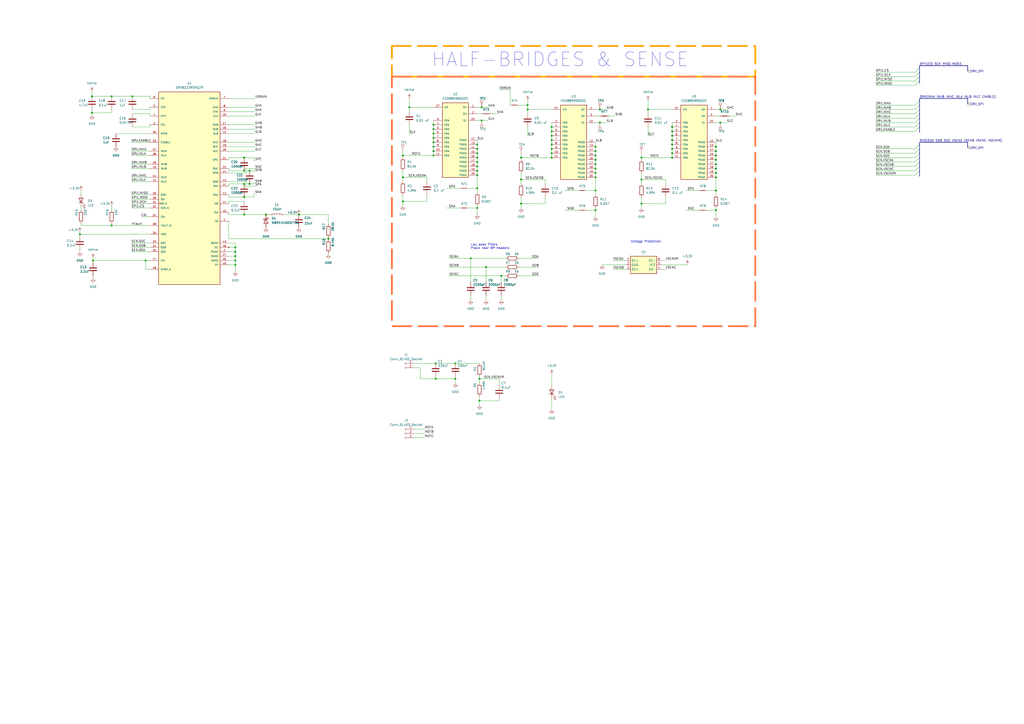
<source format=kicad_sch>
(kicad_sch (version 20230121) (generator eeschema)
  (paper "A2")
  (junction (at 276.86 88.9))
  (junction (at 46.355 135.89))
  (junction (at 345.44 95.25))
  (junction (at 320.04 83.82))
  (junction (at 345.44 90.17))
  (junction (at 320.04 86.36))
  (junction (at 252.73 219.71))
  (junction (at 302.26 104.14))
  (junction (at 144.78 99.06))
  (junction (at 53.975 151.13))
  (junction (at 306.07 63.5))
  (junction (at 251.46 80.01))
  (junction (at 53.34 55.88))
  (junction (at 64.77 55.88))
  (junction (at 389.89 83.82))
  (junction (at 251.46 90.17))
  (junction (at 154.305 124.46))
  (junction (at 320.04 78.74))
  (junction (at 372.11 91.44))
  (junction (at 415.29 100.33))
  (junction (at 251.46 77.47))
  (junction (at 276.86 99.06))
  (junction (at 141.605 99.06))
  (junction (at 141.605 114.3))
  (junction (at 264.16 210.82))
  (junction (at 306.07 60.96))
  (junction (at 278.13 232.41))
  (junction (at 415.29 102.87))
  (junction (at 320.04 88.9))
  (junction (at 276.86 91.44))
  (junction (at 279.4 62.23))
  (junction (at 64.77 130.81))
  (junction (at 389.89 78.74))
  (junction (at 276.86 86.36))
  (junction (at 141.605 124.46))
  (junction (at 372.11 104.14))
  (junction (at 345.44 110.49))
  (junction (at 136.525 143.51))
  (junction (at 320.04 73.66))
  (junction (at 144.78 106.68))
  (junction (at 290.83 160.02))
  (junction (at 389.89 73.66))
  (junction (at 251.46 72.39))
  (junction (at 345.44 92.71))
  (junction (at 389.89 91.44))
  (junction (at 136.525 148.59))
  (junction (at 389.89 81.28))
  (junction (at 415.29 95.25))
  (junction (at 276.86 96.52))
  (junction (at 415.29 121.92))
  (junction (at 320.04 91.44))
  (junction (at 276.86 101.6))
  (junction (at 415.29 85.09))
  (junction (at 53.34 65.405))
  (junction (at 141.605 106.68))
  (junction (at 415.29 90.17))
  (junction (at 251.46 85.09))
  (junction (at 279.4 69.85))
  (junction (at 251.46 82.55))
  (junction (at 320.04 81.28))
  (junction (at 345.44 121.92))
  (junction (at 233.68 116.84))
  (junction (at 276.86 120.65))
  (junction (at 173.355 124.46))
  (junction (at 136.525 151.13))
  (junction (at 415.29 110.49))
  (junction (at 389.89 88.9))
  (junction (at 237.49 62.23))
  (junction (at 415.29 92.71))
  (junction (at 190.5 138.43))
  (junction (at 276.86 109.22))
  (junction (at 233.68 90.17))
  (junction (at 415.29 87.63))
  (junction (at 136.525 146.05))
  (junction (at 251.46 74.93))
  (junction (at 276.86 93.98))
  (junction (at 417.83 71.12))
  (junction (at 281.94 154.94))
  (junction (at 347.98 71.12))
  (junction (at 345.44 87.63))
  (junction (at 345.44 97.79))
  (junction (at 345.44 100.33))
  (junction (at 141.605 91.44))
  (junction (at 251.46 87.63))
  (junction (at 252.73 210.82))
  (junction (at 320.04 76.2))
  (junction (at 372.11 118.11))
  (junction (at 264.16 219.71))
  (junction (at 136.525 153.67))
  (junction (at 347.98 63.5))
  (junction (at 233.68 102.87))
  (junction (at 76.835 55.88))
  (junction (at 375.92 63.5))
  (junction (at 273.05 149.86))
  (junction (at 389.89 86.36))
  (junction (at 417.83 63.5))
  (junction (at 302.26 118.11))
  (junction (at 84.455 151.13))
  (junction (at 345.44 102.87))
  (junction (at 415.29 97.79))
  (junction (at 345.44 85.09))
  (junction (at 389.89 76.2))
  (junction (at 302.26 91.44))
  (junction (at 276.86 83.82))
  (junction (at 278.13 219.71))
  (bus_entry (at 533.4 73.66) (size -2.54 2.54))
  (bus_entry (at 533.4 86.36) (size -2.54 2.54))
  (bus_entry (at 533.4 66.04) (size -2.54 2.54))
  (bus_entry (at 533.4 68.58) (size -2.54 2.54))
  (bus_entry (at 533.4 44.45) (size -2.54 2.54))
  (bus_entry (at 533.4 88.9) (size -2.54 2.54))
  (bus_entry (at 533.4 83.82) (size -2.54 2.54))
  (bus_entry (at 533.4 71.12) (size -2.54 2.54))
  (bus_entry (at 533.4 99.06) (size -2.54 2.54))
  (bus_entry (at 533.4 58.42) (size -2.54 2.54))
  (bus_entry (at 533.4 60.96) (size -2.54 2.54))
  (bus_entry (at 533.4 46.99) (size -2.54 2.54))
  (bus_entry (at 533.4 93.98) (size -2.54 2.54))
  (bus_entry (at 533.4 39.37) (size -2.54 2.54))
  (bus_entry (at 533.4 63.5) (size -2.54 2.54))
  (bus_entry (at 533.4 96.52) (size -2.54 2.54))
  (bus_entry (at 533.4 91.44) (size -2.54 2.54))
  (bus_entry (at 533.4 41.91) (size -2.54 2.54))
  (wire (pts (xy 259.08 120.65) (xy 266.7 120.65)))
  (wire (pts (xy 340.36 121.92) (xy 345.44 121.92)))
  (wire (pts (xy 375.92 63.5) (xy 375.92 66.04)))
  (wire (pts (xy 389.89 76.2) (xy 389.89 78.74)))
  (wire (pts (xy 132.715 148.59) (xy 136.525 148.59)))
  (wire (pts (xy 397.51 121.92) (xy 405.13 121.92)))
  (wire (pts (xy 289.56 232.41) (xy 278.13 232.41)))
  (wire (pts (xy 251.46 77.47) (xy 251.46 80.01)))
  (wire (pts (xy 415.29 87.63) (xy 415.29 90.17)))
  (wire (pts (xy 260.35 160.02) (xy 290.83 160.02)))
  (wire (pts (xy 417.83 71.12) (xy 421.64 71.12)))
  (wire (pts (xy 508 41.91) (xy 530.86 41.91)))
  (wire (pts (xy 86.995 62.23) (xy 86.995 63.5)))
  (wire (pts (xy 46.355 146.05) (xy 46.355 144.78)))
  (wire (pts (xy 316.23 106.68) (xy 316.23 104.14)))
  (wire (pts (xy 302.26 120.65) (xy 302.26 118.11)))
  (wire (pts (xy 141.605 106.68) (xy 142.24 106.68)))
  (wire (pts (xy 508 46.99) (xy 530.86 46.99)))
  (wire (pts (xy 316.23 118.11) (xy 302.26 118.11)))
  (bus (pts (xy 533.4 86.36) (xy 533.4 88.9)))
  (wire (pts (xy 251.46 80.01) (xy 251.46 82.55)))
  (wire (pts (xy 142.24 97.79) (xy 147.955 97.79)))
  (wire (pts (xy 389.89 71.12) (xy 389.89 73.66)))
  (wire (pts (xy 252.73 218.44) (xy 252.73 219.71)))
  (wire (pts (xy 386.08 118.11) (xy 372.11 118.11)))
  (wire (pts (xy 306.07 73.66) (xy 306.07 78.74)))
  (wire (pts (xy 508 71.12) (xy 530.86 71.12)))
  (wire (pts (xy 415.29 121.92) (xy 415.29 125.73)))
  (wire (pts (xy 132.715 97.79) (xy 132.715 99.06)))
  (wire (pts (xy 132.715 85.09) (xy 147.955 85.09)))
  (wire (pts (xy 46.355 135.89) (xy 86.995 135.89)))
  (wire (pts (xy 306.07 78.74) (xy 308.61 78.74)))
  (wire (pts (xy 243.84 213.36) (xy 240.03 213.36)))
  (wire (pts (xy 415.29 100.33) (xy 415.29 102.87)))
  (wire (pts (xy 405.13 110.49) (xy 397.51 110.49)))
  (wire (pts (xy 46.99 130.81) (xy 64.77 130.81)))
  (wire (pts (xy 132.715 87.63) (xy 147.955 87.63)))
  (wire (pts (xy 273.05 173.99) (xy 273.05 171.45)))
  (wire (pts (xy 375.92 58.42) (xy 375.92 63.5)))
  (bus (pts (xy 533.4 58.42) (xy 533.4 60.96)))
  (wire (pts (xy 142.875 100.33) (xy 142.875 99.06)))
  (wire (pts (xy 347.98 67.31) (xy 345.44 67.31)))
  (wire (pts (xy 147.32 106.045) (xy 147.32 106.68)))
  (wire (pts (xy 316.23 104.14) (xy 302.26 104.14)))
  (wire (pts (xy 273.05 149.86) (xy 293.37 149.86)))
  (wire (pts (xy 132.715 140.97) (xy 136.525 140.97)))
  (wire (pts (xy 76.2 97.79) (xy 86.995 97.79)))
  (wire (pts (xy 141.605 124.46) (xy 154.305 124.46)))
  (wire (pts (xy 190.5 139.065) (xy 190.5 138.43)))
  (wire (pts (xy 281.94 173.99) (xy 281.94 171.45)))
  (wire (pts (xy 279.4 62.23) (xy 283.21 62.23)))
  (wire (pts (xy 86.995 151.13) (xy 84.455 151.13)))
  (wire (pts (xy 276.86 86.36) (xy 276.86 88.9)))
  (wire (pts (xy 142.24 106.68) (xy 142.24 107.95)))
  (wire (pts (xy 264.16 210.82) (xy 278.13 210.82)))
  (wire (pts (xy 132.715 106.68) (xy 141.605 106.68)))
  (wire (pts (xy 276.86 119.38) (xy 276.86 120.65)))
  (wire (pts (xy 132.715 77.47) (xy 147.955 77.47)))
  (wire (pts (xy 386.08 104.14) (xy 372.11 104.14)))
  (wire (pts (xy 279.4 66.04) (xy 276.86 66.04)))
  (wire (pts (xy 410.21 121.92) (xy 415.29 121.92)))
  (wire (pts (xy 64.77 121.92) (xy 64.77 119.38)))
  (wire (pts (xy 147.32 112.395) (xy 147.955 112.395)))
  (wire (pts (xy 273.05 149.86) (xy 273.05 163.83)))
  (bus (pts (xy 533.4 68.58) (xy 533.4 71.12)))
  (wire (pts (xy 46.99 121.92) (xy 46.99 120.015)))
  (bus (pts (xy 533.4 82.55) (xy 533.4 83.82)))
  (wire (pts (xy 132.715 92.71) (xy 132.715 91.44)))
  (wire (pts (xy 389.89 81.28) (xy 389.89 83.82)))
  (wire (pts (xy 252.73 210.82) (xy 264.16 210.82)))
  (wire (pts (xy 316.23 114.3) (xy 316.23 118.11)))
  (wire (pts (xy 76.2 115.57) (xy 86.995 115.57)))
  (wire (pts (xy 53.34 65.405) (xy 53.34 63.5)))
  (wire (pts (xy 415.29 102.87) (xy 415.29 110.49)))
  (wire (pts (xy 247.65 105.41) (xy 247.65 102.87)))
  (wire (pts (xy 508 91.44) (xy 530.86 91.44)))
  (wire (pts (xy 508 63.5) (xy 530.86 63.5)))
  (wire (pts (xy 284.48 66.04) (xy 288.29 66.04)))
  (wire (pts (xy 132.715 138.43) (xy 190.5 138.43)))
  (wire (pts (xy 345.44 97.79) (xy 345.44 100.33)))
  (wire (pts (xy 233.68 102.87) (xy 233.68 99.06)))
  (wire (pts (xy 251.46 72.39) (xy 251.46 74.93)))
  (wire (pts (xy 320.04 231.14) (xy 320.04 237.49)))
  (wire (pts (xy 53.975 161.29) (xy 53.975 160.02)))
  (bus (pts (xy 533.4 88.9) (xy 533.4 91.44)))
  (wire (pts (xy 86.995 66.04) (xy 76.835 66.04)))
  (wire (pts (xy 300.99 60.96) (xy 306.07 60.96)))
  (wire (pts (xy 415.29 120.65) (xy 415.29 121.92)))
  (bus (pts (xy 533.4 66.04) (xy 533.4 68.58)))
  (wire (pts (xy 76.2 146.05) (xy 86.995 146.05)))
  (wire (pts (xy 76.2 118.11) (xy 86.995 118.11)))
  (wire (pts (xy 260.35 154.94) (xy 281.94 154.94)))
  (wire (pts (xy 147.32 106.045) (xy 147.955 106.045)))
  (bus (pts (xy 533.4 39.37) (xy 533.4 41.91)))
  (wire (pts (xy 132.715 151.13) (xy 136.525 151.13)))
  (wire (pts (xy 132.715 146.05) (xy 136.525 146.05)))
  (bus (pts (xy 533.4 93.98) (xy 533.4 96.52)))
  (bus (pts (xy 533.4 57.15) (xy 561.34 57.15)))
  (wire (pts (xy 302.26 104.14) (xy 302.26 100.33)))
  (wire (pts (xy 240.03 254) (xy 246.38 254)))
  (wire (pts (xy 389.89 63.5) (xy 375.92 63.5)))
  (wire (pts (xy 132.715 100.33) (xy 142.875 100.33)))
  (wire (pts (xy 320.04 63.5) (xy 306.07 63.5)))
  (wire (pts (xy 67.31 77.47) (xy 86.995 77.47)))
  (wire (pts (xy 508 68.58) (xy 530.86 68.58)))
  (wire (pts (xy 345.44 71.12) (xy 347.98 71.12)))
  (wire (pts (xy 76.2 87.63) (xy 86.995 87.63)))
  (wire (pts (xy 132.715 124.46) (xy 141.605 124.46)))
  (wire (pts (xy 64.77 65.405) (xy 53.34 65.405)))
  (wire (pts (xy 132.715 105.41) (xy 142.875 105.41)))
  (wire (pts (xy 300.99 154.94) (xy 312.42 154.94)))
  (wire (pts (xy 386.08 114.3) (xy 386.08 118.11)))
  (wire (pts (xy 46.99 129.54) (xy 46.99 130.81)))
  (wire (pts (xy 347.98 63.5) (xy 351.79 63.5)))
  (wire (pts (xy 345.44 102.87) (xy 345.44 110.49)))
  (wire (pts (xy 233.68 90.17) (xy 233.68 91.44)))
  (wire (pts (xy 508 96.52) (xy 530.86 96.52)))
  (wire (pts (xy 237.49 62.23) (xy 237.49 64.77)))
  (bus (pts (xy 533.4 57.15) (xy 533.4 58.42)))
  (wire (pts (xy 251.46 85.09) (xy 251.46 87.63)))
  (wire (pts (xy 132.715 113.03) (xy 132.715 114.3)))
  (wire (pts (xy 278.13 219.71) (xy 289.56 219.71)))
  (wire (pts (xy 132.715 99.06) (xy 141.605 99.06)))
  (wire (pts (xy 147.32 99.06) (xy 144.78 99.06)))
  (wire (pts (xy 415.29 110.49) (xy 415.29 113.03)))
  (wire (pts (xy 240.03 251.46) (xy 246.38 251.46)))
  (wire (pts (xy 302.26 88.9) (xy 302.26 91.44)))
  (bus (pts (xy 533.4 44.45) (xy 533.4 46.99)))
  (wire (pts (xy 372.11 104.14) (xy 372.11 100.33)))
  (bus (pts (xy 533.4 82.55) (xy 561.34 82.55)))
  (wire (pts (xy 190.5 124.46) (xy 190.5 130.175)))
  (wire (pts (xy 375.92 73.66) (xy 375.92 78.74)))
  (wire (pts (xy 76.2 95.25) (xy 86.995 95.25)))
  (wire (pts (xy 251.46 87.63) (xy 251.46 90.17)))
  (wire (pts (xy 243.84 219.71) (xy 252.73 219.71)))
  (wire (pts (xy 320.04 73.66) (xy 320.04 76.2)))
  (wire (pts (xy 260.35 149.86) (xy 273.05 149.86)))
  (wire (pts (xy 271.78 109.22) (xy 276.86 109.22)))
  (wire (pts (xy 233.68 87.63) (xy 233.68 90.17)))
  (wire (pts (xy 289.56 52.07) (xy 295.91 52.07)))
  (wire (pts (xy 132.715 143.51) (xy 136.525 143.51)))
  (wire (pts (xy 306.07 60.96) (xy 306.07 63.5)))
  (wire (pts (xy 266.7 109.22) (xy 259.08 109.22)))
  (wire (pts (xy 389.89 73.66) (xy 389.89 76.2)))
  (wire (pts (xy 76.2 90.17) (xy 86.995 90.17)))
  (wire (pts (xy 372.11 120.65) (xy 372.11 118.11)))
  (wire (pts (xy 53.34 66.675) (xy 53.34 65.405)))
  (wire (pts (xy 415.29 90.17) (xy 415.29 92.71)))
  (wire (pts (xy 132.715 67.31) (xy 147.955 67.31)))
  (wire (pts (xy 86.995 55.88) (xy 76.835 55.88)))
  (bus (pts (xy 533.4 63.5) (xy 533.4 66.04)))
  (wire (pts (xy 415.29 82.55) (xy 415.29 85.09)))
  (wire (pts (xy 372.11 118.11) (xy 372.11 114.3)))
  (wire (pts (xy 389.89 86.36) (xy 389.89 88.9)))
  (wire (pts (xy 508 86.36) (xy 530.86 86.36)))
  (wire (pts (xy 295.91 60.96) (xy 295.91 52.07)))
  (bus (pts (xy 533.4 91.44) (xy 533.4 93.98)))
  (wire (pts (xy 276.86 69.85) (xy 279.4 69.85)))
  (wire (pts (xy 136.525 143.51) (xy 136.525 146.05)))
  (wire (pts (xy 64.77 129.54) (xy 64.77 130.81)))
  (wire (pts (xy 389.89 78.74) (xy 389.89 81.28)))
  (wire (pts (xy 136.525 153.67) (xy 136.525 157.48)))
  (wire (pts (xy 320.04 78.74) (xy 320.04 81.28)))
  (wire (pts (xy 276.86 109.22) (xy 276.86 111.76)))
  (wire (pts (xy 300.99 149.86) (xy 312.42 149.86)))
  (wire (pts (xy 53.975 149.86) (xy 53.975 151.13)))
  (wire (pts (xy 147.32 106.68) (xy 144.78 106.68)))
  (wire (pts (xy 320.04 86.36) (xy 320.04 88.9)))
  (wire (pts (xy 355.6 151.13) (xy 363.22 151.13)))
  (wire (pts (xy 190.5 138.43) (xy 190.5 137.795)))
  (wire (pts (xy 136.525 146.05) (xy 136.525 148.59)))
  (bus (pts (xy 533.4 83.82) (xy 533.4 86.36)))
  (wire (pts (xy 147.32 93.345) (xy 147.955 93.345)))
  (wire (pts (xy 46.99 112.395) (xy 46.99 110.49)))
  (wire (pts (xy 349.25 153.67) (xy 363.22 153.67)))
  (wire (pts (xy 46.355 134.62) (xy 46.355 135.89)))
  (wire (pts (xy 276.86 101.6) (xy 276.86 109.22)))
  (wire (pts (xy 233.68 119.38) (xy 233.68 116.84)))
  (bus (pts (xy 561.34 38.1) (xy 561.34 41.275)))
  (wire (pts (xy 264.16 222.25) (xy 264.16 219.71)))
  (wire (pts (xy 276.86 93.98) (xy 276.86 96.52)))
  (wire (pts (xy 53.975 151.13) (xy 84.455 151.13)))
  (wire (pts (xy 247.65 113.03) (xy 247.65 116.84)))
  (wire (pts (xy 383.54 153.67) (xy 398.78 153.67)))
  (wire (pts (xy 276.86 62.23) (xy 279.4 62.23)))
  (wire (pts (xy 300.99 160.02) (xy 312.42 160.02)))
  (wire (pts (xy 306.07 63.5) (xy 306.07 66.04)))
  (wire (pts (xy 237.49 72.39) (xy 237.49 77.47)))
  (wire (pts (xy 340.36 110.49) (xy 345.44 110.49)))
  (bus (pts (xy 533.4 73.66) (xy 533.4 76.835)))
  (wire (pts (xy 508 49.53) (xy 530.86 49.53)))
  (bus (pts (xy 533.4 71.12) (xy 533.4 73.66)))
  (wire (pts (xy 508 99.06) (xy 530.86 99.06)))
  (wire (pts (xy 302.26 118.11) (xy 302.26 114.3)))
  (wire (pts (xy 422.91 67.31) (xy 426.72 67.31)))
  (wire (pts (xy 508 93.98) (xy 530.86 93.98)))
  (wire (pts (xy 508 88.9) (xy 530.86 88.9)))
  (bus (pts (xy 533.4 38.1) (xy 533.4 39.37)))
  (wire (pts (xy 147.32 91.44) (xy 141.605 91.44)))
  (wire (pts (xy 141.605 99.06) (xy 142.24 99.06)))
  (wire (pts (xy 415.29 85.09) (xy 415.29 87.63)))
  (wire (pts (xy 76.2 113.03) (xy 86.995 113.03)))
  (wire (pts (xy 86.995 67.31) (xy 86.995 66.04)))
  (wire (pts (xy 132.715 72.39) (xy 147.955 72.39)))
  (wire (pts (xy 64.77 130.81) (xy 86.995 130.81)))
  (wire (pts (xy 53.975 152.4) (xy 53.975 151.13)))
  (wire (pts (xy 190.5 147.32) (xy 190.5 146.685)))
  (wire (pts (xy 320.04 88.9) (xy 320.04 91.44)))
  (wire (pts (xy 320.04 217.17) (xy 320.04 223.52)))
  (wire (pts (xy 147.32 99.695) (xy 147.955 99.695)))
  (wire (pts (xy 383.54 156.21) (xy 386.08 156.21)))
  (wire (pts (xy 345.44 85.09) (xy 345.44 87.63)))
  (wire (pts (xy 508 76.2) (xy 530.86 76.2)))
  (wire (pts (xy 375.92 78.74) (xy 378.46 78.74)))
  (wire (pts (xy 281.94 154.94) (xy 293.37 154.94)))
  (wire (pts (xy 76.2 120.65) (xy 86.995 120.65)))
  (wire (pts (xy 278.13 229.87) (xy 278.13 232.41)))
  (wire (pts (xy 132.715 107.95) (xy 132.715 106.68)))
  (bus (pts (xy 533.4 96.52) (xy 533.4 99.06)))
  (wire (pts (xy 64.77 63.5) (xy 64.77 65.405)))
  (wire (pts (xy 86.995 63.5) (xy 76.835 63.5)))
  (wire (pts (xy 389.89 83.82) (xy 389.89 86.36)))
  (wire (pts (xy 243.84 213.36) (xy 243.84 219.71)))
  (wire (pts (xy 281.94 154.94) (xy 281.94 163.83)))
  (wire (pts (xy 132.715 153.67) (xy 136.525 153.67)))
  (wire (pts (xy 240.03 210.82) (xy 252.73 210.82)))
  (wire (pts (xy 345.44 63.5) (xy 347.98 63.5)))
  (wire (pts (xy 353.06 67.31) (xy 356.87 67.31)))
  (wire (pts (xy 142.24 107.95) (xy 147.955 107.95)))
  (wire (pts (xy 276.86 83.82) (xy 276.86 86.36)))
  (wire (pts (xy 86.995 57.15) (xy 86.995 55.88)))
  (wire (pts (xy 306.07 58.42) (xy 306.07 60.96)))
  (wire (pts (xy 233.68 116.84) (xy 233.68 113.03)))
  (wire (pts (xy 290.83 173.99) (xy 290.83 171.45)))
  (wire (pts (xy 132.715 82.55) (xy 147.955 82.55)))
  (bus (pts (xy 533.4 46.99) (xy 533.4 48.26)))
  (wire (pts (xy 335.28 110.49) (xy 327.66 110.49)))
  (wire (pts (xy 345.44 87.63) (xy 345.44 90.17)))
  (wire (pts (xy 290.83 160.02) (xy 293.37 160.02)))
  (wire (pts (xy 347.98 71.12) (xy 351.79 71.12)))
  (bus (pts (xy 561.34 82.55) (xy 561.34 85.725)))
  (wire (pts (xy 345.44 121.92) (xy 345.44 125.73)))
  (wire (pts (xy 142.875 105.41) (xy 142.875 106.68)))
  (wire (pts (xy 372.11 88.9) (xy 372.11 91.44)))
  (wire (pts (xy 276.86 88.9) (xy 276.86 91.44)))
  (wire (pts (xy 147.32 99.695) (xy 147.32 99.06)))
  (wire (pts (xy 276.86 91.44) (xy 276.86 93.98)))
  (wire (pts (xy 271.78 120.65) (xy 276.86 120.65)))
  (wire (pts (xy 417.83 63.5) (xy 421.64 63.5)))
  (wire (pts (xy 156.845 124.46) (xy 154.305 124.46)))
  (wire (pts (xy 76.2 102.87) (xy 86.995 102.87)))
  (wire (pts (xy 345.44 92.71) (xy 345.44 95.25)))
  (wire (pts (xy 136.525 148.59) (xy 136.525 151.13)))
  (wire (pts (xy 76.2 105.41) (xy 86.995 105.41)))
  (wire (pts (xy 345.44 120.65) (xy 345.44 121.92)))
  (wire (pts (xy 46.355 137.16) (xy 46.355 135.89)))
  (wire (pts (xy 86.995 73.66) (xy 76.835 73.66)))
  (wire (pts (xy 386.08 106.68) (xy 386.08 104.14)))
  (wire (pts (xy 372.11 91.44) (xy 389.89 91.44)))
  (wire (pts (xy 132.715 123.19) (xy 132.715 124.46)))
  (wire (pts (xy 84.455 156.21) (xy 86.995 156.21)))
  (wire (pts (xy 320.04 83.82) (xy 320.04 86.36)))
  (wire (pts (xy 132.715 74.93) (xy 147.955 74.93)))
  (wire (pts (xy 136.525 151.13) (xy 136.525 153.67)))
  (wire (pts (xy 132.715 64.77) (xy 147.955 64.77)))
  (wire (pts (xy 132.715 57.15) (xy 147.955 57.15)))
  (wire (pts (xy 289.56 219.71) (xy 289.56 223.52)))
  (bus (pts (xy 533.4 60.96) (xy 533.4 63.5)))
  (wire (pts (xy 132.715 128.27) (xy 132.715 138.43)))
  (wire (pts (xy 132.715 91.44) (xy 141.605 91.44)))
  (wire (pts (xy 147.32 114.3) (xy 141.605 114.3)))
  (wire (pts (xy 132.715 114.3) (xy 141.605 114.3)))
  (wire (pts (xy 508 73.66) (xy 530.86 73.66)))
  (wire (pts (xy 415.29 71.12) (xy 417.83 71.12)))
  (wire (pts (xy 233.68 90.17) (xy 251.46 90.17)))
  (wire (pts (xy 173.355 124.46) (xy 190.5 124.46)))
  (wire (pts (xy 508 66.04) (xy 530.86 66.04)))
  (wire (pts (xy 290.83 160.02) (xy 290.83 163.83)))
  (wire (pts (xy 76.2 143.51) (xy 86.995 143.51)))
  (wire (pts (xy 410.21 110.49) (xy 415.29 110.49)))
  (wire (pts (xy 147.32 93.345) (xy 147.32 91.44)))
  (wire (pts (xy 508 60.96) (xy 530.86 60.96)))
  (wire (pts (xy 252.73 219.71) (xy 264.16 219.71)))
  (wire (pts (xy 345.44 110.49) (xy 345.44 113.03)))
  (wire (pts (xy 53.34 55.88) (xy 64.77 55.88)))
  (wire (pts (xy 355.6 156.21) (xy 363.22 156.21)))
  (wire (pts (xy 278.13 219.71) (xy 278.13 218.44)))
  (wire (pts (xy 508 101.6) (xy 530.86 101.6)))
  (wire (pts (xy 289.56 231.14) (xy 289.56 232.41)))
  (wire (pts (xy 278.13 232.41) (xy 278.13 234.95)))
  (wire (pts (xy 147.32 112.395) (xy 147.32 114.3)))
  (wire (pts (xy 276.86 120.65) (xy 276.86 124.46)))
  (wire (pts (xy 345.44 82.55) (xy 345.44 85.09)))
  (wire (pts (xy 372.11 106.68) (xy 372.11 104.14)))
  (wire (pts (xy 276.86 99.06) (xy 276.86 101.6)))
  (wire (pts (xy 84.455 151.13) (xy 84.455 156.21)))
  (wire (pts (xy 251.46 62.23) (xy 237.49 62.23)))
  (wire (pts (xy 415.29 97.79) (xy 415.29 100.33)))
  (wire (pts (xy 142.875 106.68) (xy 144.78 106.68)))
  (wire (pts (xy 142.24 99.06) (xy 142.24 97.79)))
  (wire (pts (xy 415.29 92.71) (xy 415.29 95.25)))
  (wire (pts (xy 64.77 55.88) (xy 76.835 55.88)))
  (wire (pts (xy 76.2 140.97) (xy 86.995 140.97)))
  (wire (pts (xy 320.04 71.12) (xy 320.04 73.66)))
  (wire (pts (xy 372.11 91.44) (xy 372.11 92.71)))
  (wire (pts (xy 417.83 67.31) (xy 415.29 67.31)))
  (wire (pts (xy 247.65 116.84) (xy 233.68 116.84)))
  (wire (pts (xy 164.465 124.46) (xy 173.355 124.46)))
  (wire (pts (xy 240.03 248.92) (xy 246.38 248.92)))
  (wire (pts (xy 278.13 222.25) (xy 278.13 219.71)))
  (bus (pts (xy 533.4 41.91) (xy 533.4 44.45)))
  (wire (pts (xy 320.04 81.28) (xy 320.04 83.82)))
  (wire (pts (xy 320.04 76.2) (xy 320.04 78.74)))
  (wire (pts (xy 76.2 82.55) (xy 86.995 82.55)))
  (wire (pts (xy 302.26 91.44) (xy 320.04 91.44)))
  (wire (pts (xy 237.49 77.47) (xy 240.03 77.47)))
  (bus (pts (xy 533.4 99.06) (xy 533.4 102.235)))
  (bus (pts (xy 561.34 57.15) (xy 561.34 60.325)))
  (wire (pts (xy 81.915 125.73) (xy 86.995 125.73)))
  (wire (pts (xy 327.66 121.92) (xy 335.28 121.92)))
  (wire (pts (xy 86.995 72.39) (xy 86.995 73.66)))
  (wire (pts (xy 132.715 116.84) (xy 141.605 116.84)))
  (wire (pts (xy 132.715 118.11) (xy 132.715 116.84)))
  (wire (pts (xy 279.4 69.85) (xy 283.21 69.85)))
  (wire (pts (xy 251.46 82.55) (xy 251.46 85.09)))
  (wire (pts (xy 383.54 151.13) (xy 386.08 151.13)))
  (bus (pts (xy 533.4 38.1) (xy 561.34 38.1)))
  (wire (pts (xy 302.26 91.44) (xy 302.26 92.71)))
  (wire (pts (xy 136.525 140.97) (xy 136.525 143.51)))
  (wire (pts (xy 345.44 90.17) (xy 345.44 92.71)))
  (wire (pts (xy 508 44.45) (xy 530.86 44.45)))
  (wire (pts (xy 132.715 62.23) (xy 147.955 62.23)))
  (wire (pts (xy 276.86 96.52) (xy 276.86 99.06)))
  (wire (pts (xy 237.49 57.15) (xy 237.49 62.23)))
  (wire (pts (xy 276.86 81.28) (xy 276.86 83.82)))
  (wire (pts (xy 264.16 219.71) (xy 264.16 218.44)))
  (wire (pts (xy 345.44 100.33) (xy 345.44 102.87)))
  (wire (pts (xy 302.26 106.68) (xy 302.26 104.14)))
  (wire (pts (xy 53.34 53.34) (xy 53.34 55.88)))
  (wire (pts (xy 389.89 88.9) (xy 389.89 91.44)))
  (wire (pts (xy 233.68 105.41) (xy 233.68 102.87)))
  (wire (pts (xy 415.29 63.5) (xy 417.83 63.5)))
  (wire (pts (xy 345.44 95.25) (xy 345.44 97.79)))
  (wire (pts (xy 142.875 99.06) (xy 144.78 99.06)))
  (wire (pts (xy 251.46 69.85) (xy 251.46 72.39)))
  (wire (pts (xy 251.46 74.93) (xy 251.46 77.47)))
  (wire (pts (xy 247.65 102.87) (xy 233.68 102.87)))
  (wire (pts (xy 415.29 95.25) (xy 415.29 97.79)))
  (rectangle (start 227.33 26.67) (end 438.15 44.45) (stroke (width 1) (type dash) (color 255 164 0 1)))
  (rectangle (start 227.33 44.45) (end 438.15 189.23) (stroke (width 1) (type dash) (color 255 110 56 1)))
  (text "Voltage Protection" (at 365.76 140.97 0) (effects (font (size 1.27 1.27)) (justify left bottom)))
  (text "HALF-BRIDGES & SENSE" (at 250.19 39.37 0) (effects (font (size 8 8)) (justify left bottom)))
  (text "Low pass filters\nPlace near BP headers" (at 273.05 144.78 0) (effects (font (size 1.27 1.27)) (justify left bottom)))
  (label "SEN.VSENC" (at 374.015 104.14 0))
  (label "SNB" (at 147.955 106.045 0))
  (label "DRV.INHB" (at 508 63.5 0))
  (label "VDRAIN" (at 289.56 52.07 0))
  (label "SPA" (at 260.35 109.22 0))
  (label "ISENA" (at 260.35 149.86 0))
  (label "GHA" (at 147.955 62.23 0))
  (label "SEN.VSENA" (at 236.855 102.87 0))
  (label "MOTA" (at 246.38 248.92 0))
  (label "SNB" (at 328.93 121.92 0))
  (label "SLA" (at 276.86 81.28 0))
  (label "SHB" (at 147.955 74.93 0))
  (label "CAL" (at 81.915 125.73 0))
  (label "DRV.INHC" (at 76.2 102.87 0))
  (label "SPI1{CS SCK MISO MOSI}" (at 533.4 38.1 0))
  (label "SPI1.MISO" (at 508 46.99 0))
  (label "DRV.INLC" (at 76.2 105.41 0))
  (label "DRV.INLA" (at 508 68.58 0))
  (label "SPB" (at 147.955 99.695 0))
  (label "MOTA" (at 238.76 90.17 0))
  (label "SEN.VSENVM" (at 280.67 219.71 0))
  (label "SLB" (at 306.07 78.74 0))
  (label "GHC" (at 421.64 63.5 0))
  (label "SEN.SOC" (at 76.2 140.97 0))
  (label "VSENC" (at 386.08 156.21 0))
  (label "SNA" (at 260.35 120.65 0))
  (label "MOTC" (at 377.19 91.44 0))
  (label "MOTB" (at 307.34 91.44 0))
  (label "SEN.VSENA" (at 508 93.98 0))
  (label "DRV.INHC" (at 508 66.04 0))
  (label "GLA" (at 283.21 69.85 0))
  (label "SNC" (at 147.955 97.79 0))
  (label "SPI1.SCK" (at 508 44.45 0))
  (label "nFault" (at 76.2 130.81 0))
  (label "SPB" (at 328.93 110.49 0))
  (label "DRV.INHB" (at 76.2 95.25 0))
  (label "SEN.SOB" (at 76.2 143.51 0))
  (label "SPC" (at 398.78 110.49 0))
  (label "GHB" (at 147.955 72.39 0))
  (label "SEN.SOA" (at 76.2 146.05 0))
  (label "SEN.VSENC" (at 508 99.06 0))
  (label "SPI1.MOSI" (at 508 49.53 0))
  (label "VSENVM" (at 386.08 151.13 0))
  (label "SEN.VSENVM" (at 508 101.6 0))
  (label "GLB" (at 351.79 71.12 0))
  (label "ISENB" (at 260.35 154.94 0))
  (label "SOB" (at 308.61 154.94 0))
  (label "VSENB" (at 355.6 156.21 0))
  (label "GHC" (at 147.955 82.55 0))
  (label "SPI1.CS" (at 76.2 120.65 0))
  (label "SEN.SOB" (at 508 88.9 0))
  (label "ISENC" (at 260.35 160.02 0))
  (label "SLC" (at 415.29 82.55 0))
  (label "SPC" (at 147.955 93.345 0))
  (label "GLB" (at 147.955 77.47 0))
  (label "SHC" (at 147.955 85.09 0))
  (label "SNC" (at 398.78 121.92 0))
  (label "SEN.SOA" (at 508 86.36 0))
  (label "SHA" (at 288.29 66.04 0))
  (label "GLC" (at 421.64 71.12 0))
  (label "SPA" (at 147.955 107.95 0))
  (label "MOTB" (at 246.38 251.46 0))
  (label "SPI1.MOSI" (at 76.2 115.57 0))
  (label "DRV.ENABLE" (at 508 76.2 0))
  (label "MOTC" (at 246.38 254 0))
  (label "DRV.INHA" (at 76.2 87.63 0))
  (label "SHC" (at 426.72 67.31 0))
  (label "SLC" (at 375.92 78.74 0))
  (label "VSENA" (at 355.6 151.13 0))
  (label "SEN.VSENB" (at 508 96.52 0))
  (label "SEN.VSENB" (at 304.8 104.14 0))
  (label "SHB" (at 356.87 67.31 0))
  (label "DRV.ENABLE" (at 76.2 82.55 0))
  (label "SHA" (at 147.955 64.77 0))
  (label "SEN.SOC" (at 508 91.44 0))
  (label "GHB" (at 351.79 63.5 0))
  (label "SNS{SOA SOB SOC VSENA VSENB VSENC VSENVM}" (at 533.4 82.55 0))
  (label "DRV.INLC" (at 508 73.66 0))
  (label "DRV.INLA" (at 76.2 90.17 0))
  (label "GHA" (at 283.21 62.23 0))
  (label "DRV.INHA" (at 508 60.96 0))
  (label "DRV{INHA INHB INHC INLA INLB INLC ENABLE}" (at 533.4 57.15 0))
  (label "DRV.INLB" (at 76.2 97.79 0))
  (label "VDRAIN" (at 147.955 57.15 0))
  (label "SLB" (at 345.44 82.55 0))
  (label "SNA" (at 147.955 112.395 0))
  (label "SPI1.SCK" (at 76.2 118.11 0))
  (label "SPI1.MISO" (at 76.2 113.03 0))
  (label "GLC" (at 147.955 87.63 0))
  (label "SLA" (at 237.49 77.47 0))
  (label "DRV.INLB" (at 508 71.12 0))
  (label "SPI1.CS" (at 508 41.91 0))
  (label "SOA" (at 308.61 149.86 0))
  (label "GLA" (at 147.955 67.31 0))
  (label "SOC" (at 308.61 160.02 0))
  (hierarchical_label "DRV_SPI" (shape input) (at 561.34 85.725 0))
  (hierarchical_label "DRV_SPI" (shape input) (at 561.34 41.275 0))
  (hierarchical_label "DRV_SPI" (shape input) (at 561.34 60.325 0))
  (symbol (lib_id "Device:R") (at 190.5 142.875 0) (mirror y) (unit 1)
    (property "Reference" "R18" (at 187.96 140.335 90))
    (property "Value" "8.45k" (at 193.04 140.335 90))
    (property "Footprint" "Resistor_SMD:R_0603_1608Metric" (effects hide))
    (instances (project "MotorDriver" (path "" (reference "R18") (unit 1)) (path "" (reference "R12") (unit 1))))
  )
  (symbol (lib_id "power:GND") (at 415.29 125.73 0) (unit 1)
    (property "Reference" "#PWR019" (effects hide))
    (property "Value" "GND" (at 415.29 130.81 0))
    (instances (project "MotorDriver" (path "" (reference "#PWR019") (unit 1)) (path "" (reference "#PWR053") (unit 1))))
  )
  (symbol (lib_id "Device:R") (at 345.44 116.84 0) (unit 1)
    (property "Reference" "R11" (at 347.98 115.57 0) (effects (justify left)))
    (property "Value" "0.007" (at 347.98 118.11 0) (effects (justify left)))
    (property "Footprint" "Resistor_SMD:R_0603_1608Metric" (effects hide))
    (instances (project "MotorDriver" (path "" (reference "R11") (unit 1)) (path "" (reference "R23") (unit 1))))
  )
  (symbol (lib_id "Device:C") (at 306.07 69.85 0) (unit 1)
    (property "Reference" "C9" (at 309.88 68.58 0) (effects (justify left)))
    (property "Value" "0.01 uF" (at 309.88 71.12 0) (effects (justify left)))
    (property "Footprint" "Capacitor_SMD:C_0603_1608Metric" (effects hide))
    (instances (project "MotorDriver" (path "" (reference "C9") (unit 1)) (path "" (reference "C32") (unit 1))))
  )
  (symbol (lib_id "power:GND") (at 154.305 132.08 0) (unit 1)
    (property "Reference" "#PWR030" (effects hide))
    (property "Value" "GND" (at 154.305 137.16 0))
    (instances (project "MotorDriver" (path "" (reference "#PWR030") (unit 1)) (path "" (reference "#PWR031") (unit 1))))
  )
  (symbol (lib_id "Device:C") (at 141.605 110.49 0) (unit 1)
    (property "Reference" "C22" (at 133.985 109.22 0) (effects (justify left)))
    (property "Value" "1000pF" (at 133.985 111.76 0) (effects (justify left)))
    (property "Footprint" "Capacitor_SMD:C_0603_1608Metric" (effects hide))
    (instances (project "MotorDriver" (path "" (reference "C22") (unit 1)) (path "" (reference "C20") (unit 1))))
  )
  (symbol (lib_id "Device:C") (at 144.78 102.87 0) (unit 1)
    (property "Reference" "C21" (at 137.16 101.6 0) (effects (justify left)))
    (property "Value" "1000pF" (at 137.16 104.14 0) (effects (justify left)))
    (property "Footprint" "Capacitor_SMD:C_0603_1608Metric" (effects hide))
    (instances (project "MotorDriver" (path "" (reference "C21") (unit 1)) (path "" (reference "C22") (unit 1))))
  )
  (symbol (lib_id "Connector:TestPoint") (at 279.4 69.85 0) (mirror x) (unit 1)
    (property "Reference" "TP3" (at 278.13 74.93 0) (effects (justify left)))
    (property "Value" "TestPoint" (effects hide))
    (property "Footprint" "TestPoint:TestPoint_Pad_D2.5mm" (effects hide))
    (instances (project "MotorDriver" (path "" (reference "TP3") (unit 1)) (path "" (reference "TP6") (unit 1))))
  )
  (symbol (lib_id "Device:C") (at 252.73 214.63 0) (unit 1)
    (property "Reference" "C3" (at 254 209.55 0) (effects (justify left)))
    (property "Value" "330uF" (at 254 212.09 0) (effects (justify left)))
    (property "Footprint" "Capacitor_SMD:C_0603_1608Metric" (effects hide))
    (instances (project "MotorDriver" (path "" (reference "C3") (unit 1)) (path "" (reference "C26") (unit 1))))
  )
  (symbol (lib_id "power:GND") (at 273.05 173.99 0) (unit 1)
    (property "Reference" "#PWR04" (effects hide))
    (property "Value" "GND" (at 273.05 179.07 0))
    (instances (project "MotorDriver" (path "" (reference "#PWR04") (unit 1)) (path "" (reference "#PWR038") (unit 1))))
  )
  (symbol (lib_id "Device:R") (at 64.77 125.73 0) (mirror y) (unit 1)
    (property "Reference" "R16" (at 62.23 123.19 90))
    (property "Value" "10k" (at 67.31 123.19 90))
    (property "Footprint" "Resistor_SMD:R_0603_1608Metric" (effects hide))
    (instances (project "MotorDriver" (path "" (reference "R16") (unit 1)) (path "" (reference "R10") (unit 1))))
  )
  (symbol (lib_id "Connector:TestPoint") (at 347.98 63.5 0) (unit 1)
    (property "Reference" "TP5" (at 346.71 58.42 0) (effects (justify left)))
    (property "Value" "TestPoint" (effects hide))
    (property "Footprint" "TestPoint:TestPoint_Pad_D2.5mm" (effects hide))
    (instances (project "MotorDriver" (path "" (reference "TP5") (unit 1)) (path "" (reference "TP8") (unit 1))))
  )
  (symbol (lib_id "Device:NetTie_2") (at 281.94 66.04 0) (unit 1) (in_bom no)
    (property "Reference" "NT3" (at 281.94 63.5 0))
    (property "Value" "NetTie_2" (effects hide))
    (property "Footprint" "NetTie:NetTie-2_SMD_Pad0.5mm" (effects hide))
  )
  (symbol (lib_id "power:GND") (at 302.26 120.65 0) (unit 1)
    (property "Reference" "#PWR09" (effects hide))
    (property "Value" "GND" (at 302.26 125.73 0))
    (instances (project "MotorDriver" (path "" (reference "#PWR09") (unit 1)) (path "" (reference "#PWR043") (unit 1))))
  )
  (symbol (lib_id "Device:C") (at 46.355 140.97 0) (unit 1)
    (property "Reference" "C14" (at 38.735 139.7 0) (effects (justify left)))
    (property "Value" "0.1uF" (at 38.735 142.24 0) (effects (justify left)))
    (property "Footprint" "Capacitor_SMD:C_0603_1608Metric" (effects hide))
    (instances (project "MotorDriver" (path "" (reference "C14") (unit 1)) (path "" (reference "C12") (unit 1))))
  )
  (symbol (lib_id "Device:C") (at 53.34 59.69 0) (unit 1)
    (property "Reference" "C19" (at 45.72 58.42 0) (effects (justify left)))
    (property "Value" "4.7uF" (at 45.72 60.96 0) (effects (justify left)))
    (property "Footprint" "Capacitor_SMD:C_0603_1608Metric" (effects hide))
    (instances (project "MotorDriver" (path "" (reference "C19") (unit 1)) (path "" (reference "C13") (unit 1))))
  )
  (symbol (lib_id "Device:NetTie_2") (at 407.67 121.92 0) (unit 1) (in_bom no)
    (property "Reference" "NT9" (at 407.67 119.38 0))
    (property "Value" "NetTie_2" (effects hide))
    (property "Footprint" "NetTie:NetTie-2_SMD_Pad0.5mm" (effects hide))
  )
  (symbol (lib_id "power:GND") (at 281.94 173.99 0) (unit 1)
    (property "Reference" "#PWR07" (effects hide))
    (property "Value" "GND" (at 281.94 179.07 0))
    (instances (project "MotorDriver" (path "" (reference "#PWR07") (unit 1)) (path "" (reference "#PWR041") (unit 1))))
  )
  (symbol (lib_id "power:GND") (at 290.83 173.99 0) (unit 1)
    (property "Reference" "#PWR08" (effects hide))
    (property "Value" "GND" (at 290.83 179.07 0))
    (instances (project "MotorDriver" (path "" (reference "#PWR08") (unit 1)) (path "" (reference "#PWR042") (unit 1))))
  )
  (symbol (lib_id "power:GND") (at 190.5 147.32 0) (unit 1)
    (property "Reference" "#PWR033" (effects hide))
    (property "Value" "GND" (at 190.5 152.4 0))
    (instances (project "MotorDriver" (path "" (reference "#PWR033") (unit 1)) (path "" (reference "#PWR034") (unit 1))))
  )
  (symbol (lib_id "Device:R") (at 297.18 154.94 270) (unit 1)
    (property "Reference" "R7" (at 294.64 152.4 90))
    (property "Value" "56" (at 299.72 152.4 90))
    (property "Footprint" "Resistor_SMD:R_0603_1608Metric" (effects hide))
    (instances (project "MotorDriver" (path "" (reference "R7") (unit 1)) (path "" (reference "R19") (unit 1))))
  )
  (symbol (lib_id "Device:R") (at 190.5 133.985 0) (mirror y) (unit 1)
    (property "Reference" "R17" (at 187.96 131.445 90))
    (property "Value" "28.0k" (at 193.04 131.445 90))
    (property "Footprint" "Resistor_SMD:R_0603_1608Metric" (effects hide))
    (instances (project "MotorDriver" (path "" (reference "R17") (unit 1)) (path "" (reference "R11") (unit 1))))
  )
  (symbol (lib_id "Device:C") (at 264.16 214.63 0) (unit 1)
    (property "Reference" "C4" (at 265.43 209.55 0) (effects (justify left)))
    (property "Value" "330uF" (at 265.43 212.09 0) (effects (justify left)))
    (property "Footprint" "Capacitor_SMD:C_0603_1608Metric" (effects hide))
    (instances (project "MotorDriver" (path "" (reference "C4") (unit 1)) (path "" (reference "C27") (unit 1))))
  )
  (symbol (lib_id "power:Vdrive") (at 375.92 58.42 0) (unit 1)
    (property "Reference" "#PWR017" (effects hide))
    (property "Value" "VM" (at 375.92 53.34 0))
    (instances (project "MotorDriver" (path "" (reference "#PWR017") (unit 1)) (path "" (reference "#PWR051") (unit 1))))
  )
  (symbol (lib_id "power:Vdrive") (at 53.975 149.86 0) (unit 1)
    (property "Reference" "#PWR021" (effects hide))
    (property "Value" "VM" (at 53.975 144.78 0))
    (instances (project "MotorDriver" (path "" (reference "#PWR021") (unit 1)) (path "" (reference "#PWR026") (unit 1))))
  )
  (symbol (lib_id "power:+3.3V") (at 173.355 124.46 0) (unit 1)
    (property "Reference" "#PWR032" (effects hide))
    (property "Value" "+3.3V" (at 169.545 123.19 0))
  )
  (symbol (lib_id "power:+3.3V") (at 398.78 153.67 0) (unit 1)
    (property "Reference" "#PWR018" (effects hide))
    (property "Value" "+3.3V" (at 398.78 148.59 0))
    (instances (project "MotorDriver" (path "" (reference "#PWR018") (unit 1)) (path "" (reference "#PWR052") (unit 1))))
  )
  (symbol (lib_id "Connector:TestPoint") (at 279.4 62.23 0) (unit 1)
    (property "Reference" "TP2" (at 278.13 57.15 0) (effects (justify left)))
    (property "Value" "TestPoint" (effects hide))
    (property "Footprint" "TestPoint:TestPoint_Pad_D2.5mm" (effects hide))
    (instances (project "MotorDriver" (path "" (reference "TP2") (unit 1)) (path "" (reference "TP5") (unit 1))))
  )
  (symbol (lib_id "Device:C") (at 290.83 167.64 0) (unit 1)
    (property "Reference" "C8" (at 292.1 162.56 0) (effects (justify left)))
    (property "Value" "2200pF" (at 292.1 165.1 0) (effects (justify left)))
    (property "Footprint" "Capacitor_SMD:C_0603_1608Metric" (effects hide))
    (instances (project "MotorDriver" (path "" (reference "C8") (unit 1)) (path "" (reference "C31") (unit 1))))
  )
  (symbol (lib_id "Connector:TestPoint") (at 302.26 88.9 0) (unit 1)
    (property "Reference" "TP4" (at 300.99 83.82 0) (effects (justify left)))
    (property "Value" "TestPoint" (effects hide))
    (property "Footprint" "TestPoint:TestPoint_Pad_D2.5mm" (effects hide))
    (instances (project "MotorDriver" (path "" (reference "TP4") (unit 1)) (path "" (reference "TP7") (unit 1))))
  )
  (symbol (lib_id "Device:NetTie_2") (at 420.37 67.31 0) (unit 1) (in_bom no)
    (property "Reference" "NT10" (at 420.37 64.77 0))
    (property "Value" "NetTie_2" (effects hide))
    (property "Footprint" "NetTie:NetTie-2_SMD_Pad0.5mm" (effects hide))
  )
  (symbol (lib_id "power:GND") (at 53.34 66.675 0) (unit 1)
    (property "Reference" "#PWR028" (effects hide))
    (property "Value" "GND" (at 53.34 71.755 0))
    (instances (project "MotorDriver" (path "" (reference "#PWR028") (unit 1)) (path "" (reference "#PWR025") (unit 1))))
  )
  (symbol (lib_id "power:GND") (at 53.975 161.29 0) (unit 1)
    (property "Reference" "#PWR022" (effects hide))
    (property "Value" "GND" (at 53.975 166.37 0))
    (instances (project "MotorDriver" (path "" (reference "#PWR022") (unit 1)) (path "" (reference "#PWR027") (unit 1))))
  )
  (symbol (lib_id "Device:LED") (at 46.99 116.205 90) (unit 1)
    (property "Reference" "D3" (at 50.8 116.5225 90) (effects (justify right)))
    (property "Value" "LED" (at 50.8 119.0625 90) (effects (justify right)))
    (property "Footprint" "LED_SMD:LED_0603_1608Metric" (effects hide))
    (instances (project "MotorDriver" (path "" (reference "D3") (unit 1)) (path "" (reference "D4") (unit 1))))
  )
  (symbol (lib_id "Device:C") (at 247.65 109.22 0) (unit 1)
    (property "Reference" "C2" (at 251.46 107.95 0) (effects (justify left)))
    (property "Value" "0.1 uF" (at 251.46 110.49 0) (effects (justify left)))
    (property "Footprint" "Capacitor_SMD:C_0603_1608Metric" (effects hide))
    (instances (project "MotorDriver" (path "" (reference "C2") (unit 1)) (path "" (reference "C25") (unit 1))))
  )
  (symbol (lib_id "Device:R") (at 415.29 116.84 0) (unit 1)
    (property "Reference" "R14" (at 417.83 115.57 0) (effects (justify left)))
    (property "Value" "0.007" (at 417.83 118.11 0) (effects (justify left)))
    (property "Footprint" "Resistor_SMD:R_0603_1608Metric" (effects hide))
    (instances (project "MotorDriver" (path "" (reference "R14") (unit 1)) (path "" (reference "R26") (unit 1))))
  )
  (symbol (lib_id "Device:C") (at 64.77 59.69 0) (unit 1)
    (property "Reference" "C18" (at 57.15 58.42 0) (effects (justify left)))
    (property "Value" "0.1uF" (at 57.15 60.96 0) (effects (justify left)))
    (property "Footprint" "Capacitor_SMD:C_0603_1608Metric" (effects hide))
    (instances (project "MotorDriver" (path "" (reference "C18") (unit 1)) (path "" (reference "C15") (unit 1))))
  )
  (symbol (lib_id "power:GND") (at 345.44 125.73 0) (unit 1)
    (property "Reference" "#PWR014" (effects hide))
    (property "Value" "GND" (at 345.44 130.81 0))
    (instances (project "MotorDriver" (path "" (reference "#PWR014") (unit 1)) (path "" (reference "#PWR048") (unit 1))))
  )
  (symbol (lib_id "Device:R") (at 233.68 95.25 0) (unit 1)
    (property "Reference" "R1" (at 236.22 93.98 0) (effects (justify left)))
    (property "Value" "82.0k" (at 236.22 96.52 0) (effects (justify left)))
    (property "Footprint" "Resistor_SMD:R_0603_1608Metric" (effects hide))
    (instances (project "MotorDriver" (path "" (reference "R1") (unit 1)) (path "" (reference "R13") (unit 1))))
  )
  (symbol (lib_id "Device:C") (at 53.975 156.21 0) (unit 1)
    (property "Reference" "C13" (at 46.355 154.94 0) (effects (justify left)))
    (property "Value" "2.2uF" (at 46.355 157.48 0) (effects (justify left)))
    (property "Footprint" "Capacitor_SMD:C_0603_1608Metric" (effects hide))
    (instances (project "MotorDriver" (path "" (reference "C13") (unit 1)) (path "" (reference "C14") (unit 1))))
  )
  (symbol (lib_id "Device:C") (at 67.31 81.28 0) (unit 1)
    (property "Reference" "C15" (at 59.69 80.01 0) (effects (justify left)))
    (property "Value" "1uF" (at 59.69 82.55 0) (effects (justify left)))
    (property "Footprint" "Capacitor_SMD:C_0603_1608Metric" (effects hide))
    (instances (project "MotorDriver" (path "" (reference "C15") (unit 1)) (path "" (reference "C16") (unit 1))))
  )
  (symbol (lib_id "Connector:TestPoint") (at 372.11 88.9 0) (unit 1)
    (property "Reference" "TP7" (at 370.84 83.82 0) (effects (justify left)))
    (property "Value" "TestPoint" (effects hide))
    (property "Footprint" "TestPoint:TestPoint_Pad_D2.5mm" (effects hide))
    (instances (project "MotorDriver" (path "" (reference "TP7") (unit 1)) (path "" (reference "TP10") (unit 1))))
  )
  (symbol (lib_id "power:Vdrive") (at 53.34 53.34 0) (unit 1)
    (property "Reference" "#PWR029" (effects hide))
    (property "Value" "VM" (at 53.34 48.26 0))
    (instances (project "MotorDriver" (path "" (reference "#PWR029") (unit 1)) (path "" (reference "#PWR024") (unit 1))))
  )
  (symbol (lib_id "Device:R") (at 297.18 149.86 270) (unit 1)
    (property "Reference" "R6" (at 294.64 147.32 90))
    (property "Value" "56" (at 299.72 147.32 90))
    (property "Footprint" "Resistor_SMD:R_0603_1608Metric" (effects hide))
    (instances (project "MotorDriver" (path "" (reference "R6") (unit 1)) (path "" (reference "R18") (unit 1))))
  )
  (symbol (lib_id "Connector:TestPoint") (at 417.83 63.5 0) (unit 1)
    (property "Reference" "TP8" (at 416.56 58.42 0) (effects (justify left)))
    (property "Value" "TestPoint" (effects hide))
    (property "Footprint" "TestPoint:TestPoint_Pad_D2.5mm" (effects hide))
    (instances (project "MotorDriver" (path "" (reference "TP8") (unit 1)) (path "" (reference "TP11") (unit 1))))
  )
  (symbol (lib_id "TylerLib:CSD88599Q5DC") (at 402.59 71.12 0) (unit 1)
    (property "Reference" "U5" (at 402.59 55.88 0))
    (property "Value" "CSD88599Q5DC" (at 402.59 58.42 0))
    (property "Footprint" "TylerLib:MOSFET_CSD88599Q5DC" (effects hide))
    (property "MF" "Texas Instruments" (effects hide))
    (property "Description" "\n60-V, N channel synchronous buck NexFET™ power MOSFET, SON 5 mm x 6 mm Dual-Cool™ power block, 40 A\n" (effects hide))
    (property "Package" "VSON-CLIP-22 Texas Instruments" (effects hide))
    (property "Price" "None" (effects hide))
    (property "Check_prices" "https://www.snapeda.com/parts/CSD88599Q5DC/Texas+Instruments/view-part/?ref=eda" (effects hide))
    (property "PACKAGE_ID" "33570" (effects hide))
    (property "SnapEDA_Link" "https://www.snapeda.com/parts/CSD88599Q5DC/Texas+Instruments/view-part/?ref=snap" (effects hide))
    (property "MP" "CSD88599Q5DC" (effects hide))
    (property "Purchase-URL" "https://www.snapeda.com/api/url_track_click_mouser/?unipart_id=1310785&manufacturer=Texas Instruments&part_name=CSD88599Q5DC&search_term=None" (effects hide))
    (property "Availability" "In Stock" (effects hide))
    (property "MANUFACTURER" "Texas Instruments" (effects hide))
    (instances (project "MotorDriver" (path "" (reference "U5") (unit 1)) (path "" (reference "U8") (unit 1))))
  )
  (symbol (lib_id "Connector:TestPoint") (at 417.83 71.12 0) (mirror x) (unit 1)
    (property "Reference" "TP9" (at 416.56 76.2 0) (effects (justify left)))
    (property "Value" "TestPoint" (effects hide))
    (property "Footprint" "TestPoint:TestPoint_Pad_D2.5mm" (effects hide))
    (instances (project "MotorDriver" (path "" (reference "TP9") (unit 1)) (path "" (reference "TP12") (unit 1))))
  )
  (symbol (lib_id "Device:R") (at 278.13 214.63 0) (mirror y) (unit 1)
    (property "Reference" "R4" (at 275.59 213.995 90))
    (property "Value" "82.0k" (at 280.67 212.09 90))
    (property "Footprint" "Resistor_SMD:R_0603_1608Metric" (effects hide))
    (instances (project "MotorDriver" (path "" (reference "R4") (unit 1)) (path "" (reference "R16") (unit 1))))
  )
  (symbol (lib_id "Device:C") (at 173.355 128.27 0) (unit 1)
    (property "Reference" "C24" (at 176.53 126.365 0) (effects (justify left)))
    (property "Value" "22uF" (at 176.53 129.54 0) (effects (justify left)))
    (property "Footprint" "Capacitor_SMD:C_0603_1608Metric" (effects hide))
    (instances (project "MotorDriver" (path "" (reference "C24") (unit 1)) (path "" (reference "C23") (unit 1))))
  )
  (symbol (lib_id "Device:C") (at 237.49 68.58 0) (unit 1)
    (property "Reference" "C1" (at 241.3 67.31 0) (effects (justify left)))
    (property "Value" "0.01 uF" (at 241.3 69.85 0) (effects (justify left)))
    (property "Footprint" "Capacitor_SMD:C_0603_1608Metric" (effects hide))
    (instances (project "MotorDriver" (path "" (reference "C1") (unit 1)) (path "" (reference "C24") (unit 1))))
  )
  (symbol (lib_id "Device:R") (at 302.26 96.52 0) (unit 1)
    (property "Reference" "R9" (at 304.8 95.25 0) (effects (justify left)))
    (property "Value" "82.0k" (at 304.8 97.79 0) (effects (justify left)))
    (property "Footprint" "Resistor_SMD:R_0603_1608Metric" (effects hide))
    (instances (project "MotorDriver" (path "" (reference "R9") (unit 1)) (path "" (reference "R21") (unit 1))))
  )
  (symbol (lib_id "Device:R") (at 302.26 110.49 0) (unit 1)
    (property "Reference" "R10" (at 304.8 109.22 0) (effects (justify left)))
    (property "Value" "4.99k" (at 304.8 111.76 0) (effects (justify left)))
    (property "Footprint" "Resistor_SMD:R_0603_1608Metric" (effects hide))
    (instances (project "MotorDriver" (path "" (reference "R10") (unit 1)) (path "" (reference "R22") (unit 1))))
  )
  (symbol (lib_id "Device:R") (at 233.68 109.22 0) (unit 1)
    (property "Reference" "R2" (at 236.22 107.95 0) (effects (justify left)))
    (property "Value" "4.99k" (at 236.22 110.49 0) (effects (justify left)))
    (property "Footprint" "Resistor_SMD:R_0603_1608Metric" (effects hide))
    (instances (project "MotorDriver" (path "" (reference "R2") (unit 1)) (path "" (reference "R14") (unit 1))))
  )
  (symbol (lib_id "Device:R") (at 372.11 96.52 0) (unit 1)
    (property "Reference" "R12" (at 374.65 95.25 0) (effects (justify left)))
    (property "Value" "82.0k" (at 374.65 97.79 0) (effects (justify left)))
    (property "Footprint" "Resistor_SMD:R_0603_1608Metric" (effects hide))
    (instances (project "MotorDriver" (path "" (reference "R12") (unit 1)) (path "" (reference "R24") (unit 1))))
  )
  (symbol (lib_id "power:GND") (at 278.13 234.95 0) (unit 1)
    (property "Reference" "#PWR06" (effects hide))
    (property "Value" "GND" (at 278.13 240.03 0))
    (instances (project "MotorDriver" (path "" (reference "#PWR06") (unit 1)) (path "" (reference "#PWR040") (unit 1))))
  )
  (symbol (lib_id "TylerLib:CSD88599Q5DC") (at 332.74 71.12 0) (unit 1)
    (property "Reference" "U3" (at 332.74 55.88 0))
    (property "Value" "CSD88599Q5DC" (at 332.74 58.42 0))
    (property "Footprint" "TylerLib:MOSFET_CSD88599Q5DC" (effects hide))
    (property "MF" "Texas Instruments" (effects hide))
    (property "Description" "\n60-V, N channel synchronous buck NexFET™ power MOSFET, SON 5 mm x 6 mm Dual-Cool™ power block, 40 A\n" (effects hide))
    (property "Package" "VSON-CLIP-22 Texas Instruments" (effects hide))
    (property "Price" "None" (effects hide))
    (property "Check_prices" "https://www.snapeda.com/parts/CSD88599Q5DC/Texas+Instruments/view-part/?ref=eda" (effects hide))
    (property "PACKAGE_ID" "33570" (effects hide))
    (property "SnapEDA_Link" "https://www.snapeda.com/parts/CSD88599Q5DC/Texas+Instruments/view-part/?ref=snap" (effects hide))
    (property "MP" "CSD88599Q5DC" (effects hide))
    (property "Purchase-URL" "https://www.snapeda.com/api/url_track_click_mouser/?unipart_id=1310785&manufacturer=Texas Instruments&part_name=CSD88599Q5DC&search_term=None" (effects hide))
    (property "Availability" "In Stock" (effects hide))
    (property "MANUFACTURER" "Texas Instruments" (effects hide))
    (instances (project "MotorDriver" (path "" (reference "U3") (unit 1)) (path "" (reference "U6") (unit 1))))
  )
  (symbol (lib_id "power:Vdrive") (at 306.07 58.42 0) (unit 1)
    (property "Reference" "#PWR010" (effects hide))
    (property "Value" "VM" (at 306.07 53.34 0))
    (instances (project "MotorDriver" (path "" (reference "#PWR010") (unit 1)) (path "" (reference "#PWR044") (unit 1))))
  )
  (symbol (lib_id "Device:NetTie_2") (at 269.24 120.65 0) (unit 1) (in_bom no)
    (property "Reference" "NT2" (at 269.24 118.11 0))
    (property "Value" "NetTie_2" (effects hide))
    (property "Footprint" "NetTie:NetTie-2_SMD_Pad0.5mm" (effects hide))
  )
  (symbol (lib_id "Connector:TestPoint") (at 347.98 71.12 0) (mirror x) (unit 1)
    (property "Reference" "TP6" (at 346.71 76.2 0) (effects (justify left)))
    (property "Value" "TestPoint" (effects hide))
    (property "Footprint" "TestPoint:TestPoint_Pad_D2.5mm" (effects hide))
    (instances (project "MotorDriver" (path "" (reference "TP6") (unit 1)) (path "" (reference "TP9") (unit 1))))
  )
  (symbol (lib_id "Device:C") (at 289.56 227.33 0) (unit 1)
    (property "Reference" "C7" (at 290.83 222.25 0) (effects (justify left)))
    (property "Value" "0.1uF" (at 290.83 224.79 0) (effects (justify left)))
    (property "Footprint" "Capacitor_SMD:C_0603_1608Metric" (effects hide))
    (instances (project "MotorDriver" (path "" (reference "C7") (unit 1)) (path "" (reference "C30") (unit 1))))
  )
  (symbol (lib_id "Device:NetTie_2") (at 298.45 60.96 0) (unit 1) (in_bom no)
    (property "Reference" "NT4" (at 298.45 58.42 0))
    (property "Value" "NetTie_2" (effects hide))
    (property "Footprint" "NetTie:NetTie-2_SMD_Pad0.5mm" (effects hide))
  )
  (symbol (lib_id "power:GND") (at 372.11 120.65 0) (unit 1)
    (property "Reference" "#PWR016" (effects hide))
    (property "Value" "GND" (at 372.11 125.73 0))
    (instances (project "MotorDriver" (path "" (reference "#PWR016") (unit 1)) (path "" (reference "#PWR050") (unit 1))))
  )
  (symbol (lib_id "Device:NetTie_2") (at 350.52 67.31 0) (unit 1) (in_bom no)
    (property "Reference" "NT7" (at 350.52 64.77 0))
    (property "Value" "NetTie_2" (effects hide))
    (property "Footprint" "NetTie:NetTie-2_SMD_Pad0.5mm" (effects hide))
  )
  (symbol (lib_id "Device:NetTie_2") (at 407.67 110.49 0) (unit 1) (in_bom no)
    (property "Reference" "NT8" (at 407.67 107.95 0))
    (property "Value" "NetTie_2" (effects hide))
    (property "Footprint" "NetTie:NetTie-2_SMD_Pad0.5mm" (effects hide))
  )
  (symbol (lib_id "power:GND") (at 349.25 153.67 0) (unit 1)
    (property "Reference" "#PWR015" (effects hide))
    (property "Value" "GND" (at 349.25 158.75 0))
    (instances (project "MotorDriver" (path "" (reference "#PWR015") (unit 1)) (path "" (reference "#PWR049") (unit 1))))
  )
  (symbol (lib_id "Device:NetTie_2") (at 337.82 121.92 0) (unit 1) (in_bom no)
    (property "Reference" "NT6" (at 337.82 119.38 0))
    (property "Value" "NetTie_2" (effects hide))
    (property "Footprint" "NetTie:NetTie-2_SMD_Pad0.5mm" (effects hide))
  )
  (symbol (lib_id "Device:C") (at 76.835 69.85 0) (unit 1)
    (property "Reference" "C16" (at 69.215 68.58 0) (effects (justify left)))
    (property "Value" "0.047uF" (at 69.215 71.12 0) (effects (justify left)))
    (property "Footprint" "Capacitor_SMD:C_0603_1608Metric" (effects hide))
    (instances (project "MotorDriver" (path "" (reference "C16") (unit 1)) (path "" (reference "C18") (unit 1))))
  )
  (symbol (lib_id "power:GND") (at 276.86 124.46 0) (unit 1)
    (property "Reference" "#PWR05" (effects hide))
    (property "Value" "GND" (at 276.86 129.54 0))
    (instances (project "MotorDriver" (path "" (reference "#PWR05") (unit 1)) (path "" (reference "#PWR039") (unit 1))))
  )
  (symbol (lib_id "power:GND") (at 136.525 157.48 0) (unit 1)
    (property "Reference" "#PWR020" (effects hide))
    (property "Value" "GND" (at 136.525 162.56 0))
    (instances (project "MotorDriver" (path "" (reference "#PWR020") (unit 1)) (path "" (reference "#PWR030") (unit 1))))
  )
  (symbol (lib_id "Connector:Conn_01x03_Socket") (at 234.95 251.46 0) (mirror y) (unit 1)
    (property "Reference" "J2" (at 235.585 243.84 0))
    (property "Value" "Conn_01x03_Socket" (at 235.585 246.38 0))
    (property "Footprint" "Connector_PinHeader_2.54mm:PinHeader_1x03_P2.54mm_Vertical" (effects hide))
    (instances (project "MotorDriver" (path "" (reference "J2") (unit 1)) (path "" (reference "J5") (unit 1))))
  )
  (symbol (lib_id "Diode:1N6857UR") (at 154.305 128.27 270) (unit 1)
    (property "Reference" "D4" (at 157.48 126.6825 90) (effects (justify left)))
    (property "Value" "MBR1H100SFT3G" (at 157.48 129.2225 90) (effects (justify left)))
    (property "Footprint" "Diode_SMD:D_MELF" (effects hide))
    (property "Datasheet" "https://www.microsemi.com/document-portal/doc_download/131890-lds-0040-1-datasheet" (effects hide))
    (instances (project "MotorDriver" (path "" (reference "D4") (unit 1)) (path "" (reference "D5") (unit 1))))
  )
  (symbol (lib_id "power:+3.3V") (at 46.99 110.49 0) (unit 1)
    (property "Reference" "#PWR026" (effects hide))
    (property "Value" "+3.3V" (at 43.18 109.22 0))
    (instances (project "MotorDriver" (path "" (reference "#PWR026") (unit 1)) (path "" (reference "#PWR023") (unit 1))))
  )
  (symbol (lib_id "Device:C") (at 281.94 167.64 0) (unit 1)
    (property "Reference" "C6" (at 283.21 162.56 0) (effects (justify left)))
    (property "Value" "2200pF" (at 283.21 165.1 0) (effects (justify left)))
    (property "Footprint" "Capacitor_SMD:C_0603_1608Metric" (effects hide))
    (instances (project "MotorDriver" (path "" (reference "C6") (unit 1)) (path "" (reference "C29") (unit 1))))
  )
  (symbol (lib_id "power:+3.3V") (at 320.04 217.17 0) (unit 1)
    (property "Reference" "#PWR011" (effects hide))
    (property "Value" "+3.3V" (at 320.04 212.09 0))
    (instances (project "MotorDriver" (path "" (reference "#PWR011") (unit 1)) (path "" (reference "#PWR045") (unit 1))))
  )
  (symbol (lib_id "power:+3.3V") (at 64.77 119.38 0) (unit 1)
    (property "Reference" "#PWR025" (effects hide))
    (property "Value" "+3.3V" (at 60.96 118.11 0))
    (instances (project "MotorDriver" (path "" (reference "#PWR025") (unit 1)) (path "" (reference "#PWR028") (unit 1))))
  )
  (symbol (lib_id "Device:R") (at 276.86 115.57 0) (unit 1)
    (property "Reference" "R3" (at 279.4 114.3 0) (effects (justify left)))
    (property "Value" "0.007" (at 279.4 116.84 0) (effects (justify left)))
    (property "Footprint" "Resistor_SMD:R_0603_1608Metric" (effects hide))
    (instances (project "MotorDriver" (path "" (reference "R3") (unit 1)) (path "" (reference "R15") (unit 1))))
  )
  (symbol (lib_id "power:GND") (at 173.355 132.08 0) (unit 1)
    (property "Reference" "#PWR031" (effects hide))
    (property "Value" "GND" (at 173.355 137.16 0))
    (instances (project "MotorDriver" (path "" (reference "#PWR031") (unit 1)) (path "" (reference "#PWR033") (unit 1))))
  )
  (symbol (lib_id "Device:C") (at 386.08 110.49 0) (unit 1)
    (property "Reference" "C12" (at 389.89 109.22 0) (effects (justify left)))
    (property "Value" "0.1 uF" (at 389.89 111.76 0) (effects (justify left)))
    (property "Footprint" "Capacitor_SMD:C_0603_1608Metric" (effects hide))
    (instances (project "MotorDriver" (path "" (reference "C12") (unit 1)) (path "" (reference "C35") (unit 1))))
  )
  (symbol (lib_id "Connector:Conn_01x02_Socket") (at 234.95 210.82 0) (mirror y) (unit 1)
    (property "Reference" "J1" (at 235.585 205.74 0))
    (property "Value" "Conn_01x02_Socket" (at 235.585 208.28 0))
    (property "Footprint" "Connector_PinHeader_2.54mm:PinHeader_1x02_P2.54mm_Vertical" (effects hide))
    (instances (project "MotorDriver" (path "" (reference "J1") (unit 1)) (path "" (reference "J4") (unit 1))))
  )
  (symbol (lib_id "Device:L") (at 160.655 124.46 90) (unit 1)
    (property "Reference" "L1" (at 160.655 118.745 90))
    (property "Value" "15uH" (at 160.655 121.285 90))
    (property "Footprint" "Inductor_SMD:L_0603_1608Metric" (effects hide))
    (instances (project "MotorDriver" (path "" (reference "L1") (unit 1)) (path "" (reference "L2") (unit 1))))
  )
  (symbol (lib_id "TylerLib:SOT65P210X110-6N") (at 373.38 147.32 0) (unit 1)
    (property "Reference" "U4" (at 373.38 146.05 0))
    (property "Value" "~" (at 373.38 147.32 0))
    (property "Footprint" "TylerLib:SOT65P210X110-6N" (effects hide))
    (instances (project "MotorDriver" (path "" (reference "U4") (unit 1)) (path "" (reference "U7") (unit 1))))
  )
  (symbol (lib_id "Device:R") (at 46.99 125.73 0) (mirror y) (unit 1)
    (property "Reference" "R15" (at 44.45 123.19 90))
    (property "Value" "330" (at 49.53 123.19 90))
    (property "Footprint" "Resistor_SMD:R_0603_1608Metric" (effects hide))
    (instances (project "MotorDriver" (path "" (reference "R15") (unit 1)) (path "" (reference "R9") (unit 1))))
  )
  (symbol (lib_id "power:GND") (at 233.68 119.38 0) (unit 1)
    (property "Reference" "#PWR01" (effects hide))
    (property "Value" "GND" (at 233.68 124.46 0))
    (instances (project "MotorDriver" (path "" (reference "#PWR01") (unit 1)) (path "" (reference "#PWR035") (unit 1))))
  )
  (symbol (lib_id "Device:R") (at 278.13 226.06 0) (mirror y) (unit 1)
    (property "Reference" "R5" (at 275.59 223.52 90))
    (property "Value" "4.99k" (at 280.67 223.52 90))
    (property "Footprint" "Resistor_SMD:R_0603_1608Metric" (effects hide))
    (instances (project "MotorDriver" (path "" (reference "R5") (unit 1)) (path "" (reference "R17") (unit 1))))
  )
  (symbol (lib_id "Device:LED") (at 320.04 227.33 90) (unit 1)
    (property "Reference" "D1" (at 323.85 227.6475 90) (effects (justify right)))
    (property "Value" "LED" (at 323.85 230.1875 90) (effects (justify right)))
    (property "Footprint" "LED_SMD:LED_0603_1608Metric" (effects hide))
    (instances (project "MotorDriver" (path "" (reference "D1") (unit 1)) (path "" (reference "D6") (unit 1))))
  )
  (symbol (lib_id "Device:C") (at 375.92 69.85 0) (unit 1)
    (property "Reference" "C11" (at 379.73 68.58 0) (effects (justify left)))
    (property "Value" "0.01 uF" (at 379.73 71.12 0) (effects (justify left)))
    (property "Footprint" "Capacitor_SMD:C_0603_1608Metric" (effects hide))
    (instances (project "MotorDriver" (path "" (reference "C11") (unit 1)) (path "" (reference "C34") (unit 1))))
  )
  (symbol (lib_id "TylerLib:DRV8323RSRGZR") (at 109.855 101.6 0) (unit 1)
    (property "Reference" "U1" (at 109.855 48.26 0))
    (property "Value" "DRV8323RSRGZR" (at 109.855 50.8 0))
    (property "Footprint" "TylerLib:QFN50P700X700X100-49N" (effects hide))
    (property "MF" "Texas Instruments" (effects hide))
    (property "MAXIMUM_PACKAGE_HEIGHT" "1 mm" (effects hide))
    (property "Package" "VQFN-48 Texas Instruments" (effects hide))
    (property "Price" "None" (effects hide))
    (property "Check_prices" "https://www.snapeda.com/parts/DRV8323RSRGZR/Texas+Instruments/view-part/?ref=eda" (effects hide))
    (property "STANDARD" "IPC-7351B" (effects hide))
    (property "PARTREV" "C" (effects hide))
    (property "SnapEDA_Link" "https://www.snapeda.com/parts/DRV8323RSRGZR/Texas+Instruments/view-part/?ref=snap" (effects hide))
    (property "MP" "DRV8323RSRGZR" (effects hide))
    (property "Purchase-URL" "https://www.snapeda.com/api/url_track_click_mouser/?unipart_id=784067&manufacturer=Texas Instruments&part_name=DRV8323RSRGZR&search_term=drv8323rs" (effects hide))
    (property "Description" "\n65-V max 3-phase smart gate driver with buck regulator & current shunt amplifiers\n" (effects hide))
    (property "Availability" "In Stock" (effects hide))
    (property "MANUFACTURER" "Texas Instruments" (effects hide))
    (instances (project "MotorDriver" (path "" (reference "U1") (unit 1)) (path "" (reference "U4") (unit 1))))
  )
  (symbol (lib_id "power:+3.3V") (at 46.355 134.62 0) (unit 1)
    (property "Reference" "#PWR023" (effects hide))
    (property "Value" "+3.3V" (at 42.545 133.35 0))
    (instances (project "MotorDriver" (path "" (reference "#PWR023") (unit 1)) (path "" (reference "#PWR021") (unit 1))))
  )
  (symbol (lib_id "Device:R") (at 372.11 110.49 0) (unit 1)
    (property "Reference" "R13" (at 374.65 109.22 0) (effects (justify left)))
    (property "Value" "4.99k" (at 374.65 111.76 0) (effects (justify left)))
    (property "Footprint" "Resistor_SMD:R_0603_1608Metric" (effects hide))
    (instances (project "MotorDriver" (path "" (reference "R13") (unit 1)) (path "" (reference "R25") (unit 1))))
  )
  (symbol (lib_id "power:GND") (at 67.31 85.09 0) (unit 1)
    (property "Reference" "#PWR027" (effects hide))
    (property "Value" "GND" (at 67.31 90.17 0))
    (instances (project "MotorDriver" (path "" (reference "#PWR027") (unit 1)) (path "" (reference "#PWR029") (unit 1))))
  )
  (symbol (lib_id "Connector:TestPoint") (at 233.68 87.63 0) (unit 1)
    (property "Reference" "TP1" (at 232.41 82.55 0) (effects (justify left)))
    (property "Value" "TestPoint" (effects hide))
    (property "Footprint" "TestPoint:TestPoint_Pad_D2.5mm" (effects hide))
    (instances (project "MotorDriver" (path "" (reference "TP1") (unit 1)) (path "" (reference "TP4") (unit 1))))
  )
  (symbol (lib_id "Device:C") (at 273.05 167.64 0) (unit 1)
    (property "Reference" "C5" (at 274.32 162.56 0) (effects (justify left)))
    (property "Value" "2200pF" (at 274.32 165.1 0) (effects (justify left)))
    (property "Footprint" "Capacitor_SMD:C_0603_1608Metric" (effects hide))
    (instances (project "MotorDriver" (path "" (reference "C5") (unit 1)) (path "" (reference "C28") (unit 1))))
  )
  (symbol (lib_id "Device:C") (at 141.605 120.65 0) (unit 1)
    (property "Reference" "C23" (at 133.985 119.38 0) (effects (justify left)))
    (property "Value" "0.1uF" (at 133.985 121.92 0) (effects (justify left)))
    (property "Footprint" "Capacitor_SMD:C_0603_1608Metric" (effects hide))
    (instances (project "MotorDriver" (path "" (reference "C23") (unit 1)) (path "" (reference "C21") (unit 1))))
  )
  (symbol (lib_id "power:GND") (at 264.16 222.25 0) (unit 1)
    (property "Reference" "#PWR03" (effects hide))
    (property "Value" "GND" (at 264.16 227.33 0))
    (instances (project "MotorDriver" (path "" (reference "#PWR03") (unit 1)) (path "" (reference "#PWR037") (unit 1))))
  )
  (symbol (lib_id "Device:C") (at 141.605 95.25 0) (unit 1)
    (property "Reference" "C20" (at 133.985 93.98 0) (effects (justify left)))
    (property "Value" "1000pF" (at 133.985 96.52 0) (effects (justify left)))
    (property "Footprint" "Capacitor_SMD:C_0603_1608Metric" (effects hide))
    (instances (project "MotorDriver" (path "" (reference "C20") (unit 1)) (path "" (reference "C19") (unit 1))))
  )
  (symbol (lib_id "TylerLib:CSD88599Q5DC") (at 264.16 69.85 0) (unit 1)
    (property "Reference" "U2" (at 264.16 54.61 0))
    (property "Value" "CSD88599Q5DC" (at 264.16 57.15 0))
    (property "Footprint" "TylerLib:MOSFET_CSD88599Q5DC" (effects hide))
    (property "MF" "Texas Instruments" (effects hide))
    (property "Description" "\n60-V, N channel synchronous buck NexFET™ power MOSFET, SON 5 mm x 6 mm Dual-Cool™ power block, 40 A\n" (effects hide))
    (property "Package" "VSON-CLIP-22 Texas Instruments" (effects hide))
    (property "Price" "None" (effects hide))
    (property "Check_prices" "https://www.snapeda.com/parts/CSD88599Q5DC/Texas+Instruments/view-part/?ref=eda" (effects hide))
    (property "PACKAGE_ID" "33570" (effects hide))
    (property "SnapEDA_Link" "https://www.snapeda.com/parts/CSD88599Q5DC/Texas+Instruments/view-part/?ref=snap" (effects hide))
    (property "MP" "CSD88599Q5DC" (effects hide))
    (property "Purchase-URL" "https://www.snapeda.com/api/url_track_click_mouser/?unipart_id=1310785&manufacturer=Texas Instruments&part_name=CSD88599Q5DC&search_term=None" (effects hide))
    (property "Availability" "In Stock" (effects hide))
    (property "MANUFACTURER" "Texas Instruments" (effects hide))
    (instances (project "MotorDriver" (path "" (reference "U2") (unit 1)) (path "" (reference "U5") (unit 1))))
  )
  (symbol (lib_id "Device:C") (at 76.835 59.69 0) (unit 1)
    (property "Reference" "C17" (at 69.215 58.42 0) (effects (justify left)))
    (property "Value" "1uF" (at 69.215 60.96 0) (effects (justify left)))
    (property "Footprint" "Capacitor_SMD:C_0603_1608Metric" (effects hide))
  )
  (symbol (lib_id "Device:R") (at 297.18 160.02 270) (unit 1)
    (property "Reference" "R8" (at 294.64 157.48 90))
    (property "Value" "56" (at 299.72 157.48 90))
    (property "Footprint" "Resistor_SMD:R_0603_1608Metric" (effects hide))
    (instances (project "MotorDriver" (path "" (reference "R8") (unit 1)) (path "" (reference "R20") (unit 1))))
  )
  (symbol (lib_id "Device:C") (at 316.23 110.49 0) (unit 1)
    (property "Reference" "C10" (at 320.04 109.22 0) (effects (justify left)))
    (property "Value" "0.1 uF" (at 320.04 111.76 0) (effects (justify left)))
    (property "Footprint" "Capacitor_SMD:C_0603_1608Metric" (effects hide))
    (instances (project "MotorDriver" (path "" (reference "C10") (unit 1)) (path "" (reference "C33") (unit 1))))
  )
  (symbol (lib_id "Device:NetTie_2") (at 269.24 109.22 0) (unit 1) (in_bom no)
    (property "Reference" "NT1" (at 269.24 106.68 0))
    (property "Value" "NetTie_2" (effects hide))
    (property "Footprint" "NetTie:NetTie-2_SMD_Pad0.5mm" (effects hide))
  )
  (symbol (lib_id "power:Vdrive") (at 237.49 57.15 0) (unit 1)
    (property "Reference" "#PWR02" (effects hide))
    (property "Value" "VM" (at 237.49 52.07 0))
    (instances (project "MotorDriver" (path "" (reference "#PWR02") (unit 1)) (path "" (reference "#PWR036") (unit 1))))
  )
  (symbol (lib_id "power:GND") (at 320.04 237.49 0) (unit 1)
    (property "Reference" "#PWR012" (effects hide))
    (property "Value" "GND" (at 320.04 242.57 0))
    (instances (project "MotorDriver" (path "" (reference "#PWR012") (unit 1)) (path "" (reference "#PWR046") (unit 1))))
  )
  (symbol (lib_id "power:GND") (at 46.355 146.05 0) (unit 1)
    (property "Reference" "#PWR024" (effects hide))
    (property "Value" "GND" (at 46.355 151.13 0))
    (instances (project "MotorDriver" (path "" (reference "#PWR024") (unit 1)) (path "" (reference "#PWR022") (unit 1))))
  )
  (symbol (lib_id "Device:NetTie_2") (at 337.82 110.49 0) (unit 1) (in_bom no)
    (property "Reference" "NT5" (at 337.82 107.95 0))
    (property "Value" "NetTie_2" (effects hide))
    (property "Footprint" "NetTie:NetTie-2_SMD_Pad0.5mm" (effects hide))
  )
)
</source>
